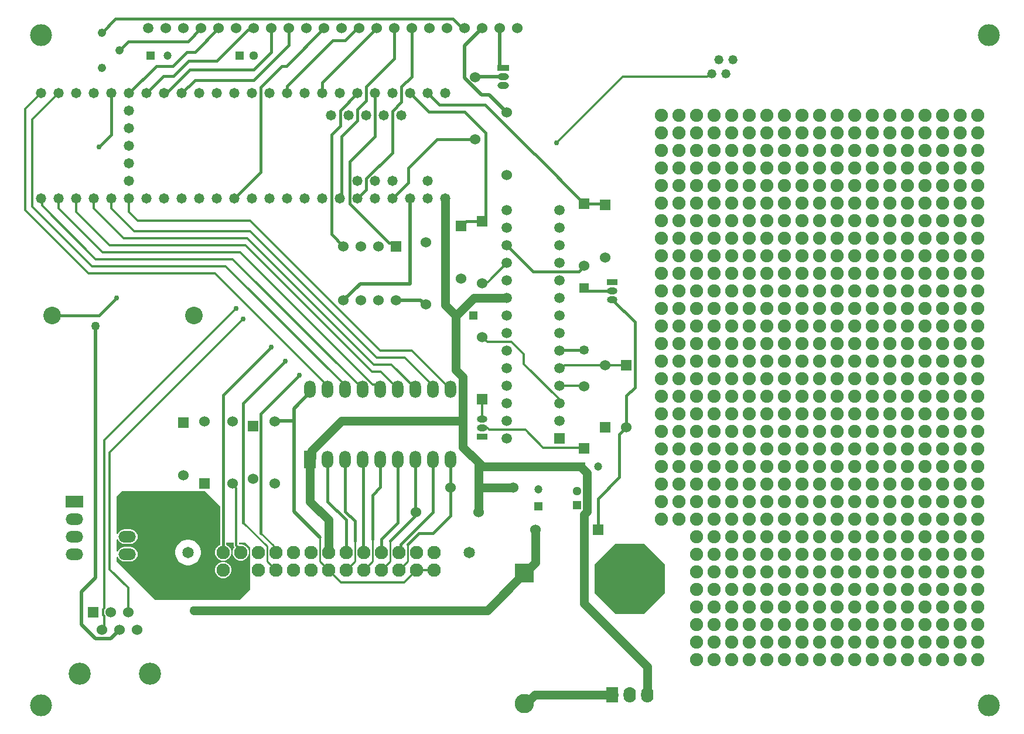
<source format=gtl>
G04*
G04 #@! TF.GenerationSoftware,Altium Limited,Altium Designer,21.6.1 (37)*
G04*
G04 Layer_Physical_Order=1*
G04 Layer_Color=255*
%FSAX24Y24*%
%MOIN*%
G70*
G04*
G04 #@! TF.SameCoordinates,F5C88182-2F8C-44A9-A90F-F64FCCDA4292*
G04*
G04*
G04 #@! TF.FilePolarity,Positive*
G04*
G01*
G75*
%ADD14C,0.0100*%
%ADD18C,0.0150*%
%ADD29C,0.0600*%
%ADD45C,0.0472*%
%ADD46R,0.0472X0.0472*%
%ADD47R,0.0600X0.0600*%
%ADD55R,0.0472X0.0472*%
%ADD59C,0.0580*%
%ADD60C,0.0500*%
%ADD61C,0.0120*%
%ADD62C,0.0200*%
%ADD63C,0.0768*%
%ADD64C,0.0650*%
%ADD65O,0.0594X0.0600*%
%ADD66C,0.1000*%
%ADD67C,0.0476*%
%ADD68C,0.0520*%
%ADD69R,0.0700X0.0900*%
%ADD70O,0.0700X0.0900*%
%ADD71C,0.0591*%
%ADD72R,0.0591X0.0591*%
%ADD73C,0.1260*%
%ADD74R,0.0600X0.0600*%
%ADD75O,0.0650X0.1000*%
%ADD76R,0.0650X0.1000*%
%ADD77O,0.1000X0.0650*%
%ADD78R,0.1000X0.0650*%
%ADD79R,0.1102X0.1102*%
%ADD80C,0.1102*%
%ADD81C,0.0512*%
%ADD82R,0.0512X0.0512*%
%ADD83R,0.0600X0.0380*%
%ADD84O,0.0600X0.0380*%
%ADD85C,0.0750*%
%ADD86O,0.0650X0.0380*%
%ADD87R,0.0650X0.0380*%
%ADD88R,0.0531X0.0531*%
%ADD89C,0.0531*%
%ADD90R,0.0512X0.0512*%
%ADD91P,0.4330X8X22.5*%
%ADD92C,0.1250*%
%ADD93C,0.0500*%
%ADD94C,0.0300*%
G36*
X014892Y015708D02*
Y013538D01*
X014871Y013532D01*
X014765Y013471D01*
X014679Y013385D01*
X014618Y013279D01*
X014586Y013161D01*
Y013039D01*
X014618Y012921D01*
X014679Y012815D01*
X014765Y012729D01*
X014871Y012668D01*
X014989Y012636D01*
X015111D01*
X015229Y012668D01*
X015335Y012729D01*
X015421Y012815D01*
X015482Y012921D01*
X015514Y013039D01*
Y013161D01*
X015482Y013279D01*
X015421Y013385D01*
X015335Y013471D01*
X015229Y013532D01*
X015208Y013538D01*
Y013674D01*
X015657D01*
Y013501D01*
X015657Y013501D01*
X015668Y013446D01*
X015697Y013403D01*
X015679Y013385D01*
X015618Y013279D01*
X015586Y013161D01*
Y013039D01*
X015618Y012921D01*
X015679Y012815D01*
X015765Y012729D01*
X015871Y012668D01*
X015989Y012636D01*
X016111D01*
X016229Y012668D01*
X016335Y012729D01*
X016421Y012815D01*
X016482Y012921D01*
X016514Y013039D01*
Y013161D01*
X016482Y013279D01*
X016421Y013385D01*
X016335Y013471D01*
X016229Y013532D01*
X016111Y013564D01*
X015989D01*
X015943Y013603D01*
Y013674D01*
X016276D01*
X016600Y013400D01*
Y013213D01*
X016586Y013161D01*
Y013039D01*
X016600Y012987D01*
Y012213D01*
X016586Y012161D01*
Y012039D01*
X016600Y011987D01*
Y011000D01*
X016000Y010400D01*
X011200D01*
X009000Y012600D01*
Y012837D01*
X009050Y012847D01*
X009071Y012796D01*
X009136Y012711D01*
X009221Y012646D01*
X009319Y012605D01*
X009425Y012592D01*
X009775D01*
X009881Y012605D01*
X009979Y012646D01*
X010064Y012711D01*
X010129Y012796D01*
X010170Y012894D01*
X010184Y013000D01*
X010170Y013106D01*
X010129Y013204D01*
X010064Y013289D01*
X009979Y013354D01*
X009881Y013395D01*
X009775Y013408D01*
X009425D01*
X009319Y013395D01*
X009221Y013354D01*
X009136Y013289D01*
X009071Y013204D01*
X009050Y013153D01*
X009000Y013163D01*
Y013837D01*
X009050Y013847D01*
X009071Y013796D01*
X009136Y013711D01*
X009221Y013646D01*
X009319Y013605D01*
X009425Y013592D01*
X009775D01*
X009881Y013605D01*
X009979Y013646D01*
X010064Y013711D01*
X010129Y013796D01*
X010170Y013894D01*
X010184Y014000D01*
X010170Y014106D01*
X010129Y014204D01*
X010064Y014289D01*
X009979Y014354D01*
X009881Y014395D01*
X009775Y014409D01*
X009425D01*
X009319Y014395D01*
X009221Y014354D01*
X009136Y014289D01*
X009071Y014204D01*
X009050Y014153D01*
X009000Y014163D01*
Y016287D01*
X009313Y016600D01*
X014000D01*
X014892Y015708D01*
D02*
G37*
%LPC*%
G36*
X013122Y013830D02*
X012978D01*
X012837Y013802D01*
X012704Y013747D01*
X012585Y013667D01*
X012483Y013565D01*
X012403Y013446D01*
X012348Y013313D01*
X012320Y013172D01*
Y013028D01*
X012348Y012887D01*
X012403Y012754D01*
X012483Y012635D01*
X012585Y012533D01*
X012704Y012453D01*
X012837Y012398D01*
X012978Y012370D01*
X013122D01*
X013263Y012398D01*
X013396Y012453D01*
X013515Y012533D01*
X013617Y012635D01*
X013697Y012754D01*
X013752Y012887D01*
X013780Y013028D01*
Y013172D01*
X013752Y013313D01*
X013697Y013446D01*
X013617Y013565D01*
X013515Y013667D01*
X013396Y013747D01*
X013263Y013802D01*
X013122Y013830D01*
D02*
G37*
G36*
X015111Y012564D02*
X014989D01*
X014871Y012532D01*
X014765Y012471D01*
X014679Y012385D01*
X014618Y012279D01*
X014586Y012161D01*
Y012039D01*
X014618Y011921D01*
X014679Y011815D01*
X014765Y011729D01*
X014871Y011668D01*
X014989Y011636D01*
X015111D01*
X015229Y011668D01*
X015335Y011729D01*
X015421Y011815D01*
X015482Y011921D01*
X015514Y012039D01*
Y012161D01*
X015482Y012279D01*
X015421Y012385D01*
X015335Y012471D01*
X015229Y012532D01*
X015111Y012564D01*
D02*
G37*
%LPD*%
G54D14*
X017551Y012599D02*
X018050Y012100D01*
X017551Y012599D02*
Y013449D01*
X020550Y012600D02*
Y013954D01*
Y012600D02*
X021050Y012100D01*
X016200Y014800D02*
X017551Y013449D01*
X017922Y013228D02*
X018050Y013100D01*
X017200Y014200D02*
X017922Y013478D01*
Y013228D02*
Y013478D01*
X024650Y030787D02*
X024900Y030537D01*
X025547Y012597D02*
Y013547D01*
X025050Y012100D02*
X025547Y012597D01*
X022050Y012100D02*
X022544Y012594D01*
Y013744D01*
X023050Y012100D02*
X023549Y012599D01*
Y013851D01*
X025050Y013100D02*
X025152Y013202D01*
X024544Y012594D02*
Y013744D01*
X024050Y012100D02*
X024544Y012594D01*
G54D18*
X013166Y040600D02*
X016800D01*
X017787Y041587D02*
Y042945D01*
X016800Y040600D02*
X017787Y041587D01*
X018787Y041987D02*
Y042945D01*
X013450Y040000D02*
X016800D01*
X018787Y041987D01*
X011250Y040800D02*
X012200D01*
X013000Y041600D01*
X009700Y039250D02*
X011250Y040800D01*
X013000Y041600D02*
X013442D01*
X014787Y042945D01*
X011661Y040211D02*
X012211D01*
X013090Y041090D02*
X014690D01*
X012211Y040211D02*
X013090Y041090D01*
X011816Y039250D02*
X013166Y040600D01*
X011700Y039250D02*
X011816D01*
X012700D02*
X013450Y040000D01*
X032772Y035800D02*
X035600Y032972D01*
X032756Y035800D02*
X032772D01*
X029956Y038600D02*
X032756Y035800D01*
X027350Y038600D02*
X029956D01*
X035375Y033197D02*
X035400Y033172D01*
X035359Y033197D02*
X035375D01*
X035400Y032972D02*
Y033172D01*
X035386Y024614D02*
X035600D01*
X034214D02*
X035386D01*
X035772Y028000D02*
X037200D01*
X035600Y028172D02*
X035772Y028000D01*
X036372Y016172D02*
X037600Y017401D01*
Y019828D01*
X005329Y026600D02*
X008000D01*
X009000Y027600D01*
X008000Y036200D02*
X008700Y036900D01*
Y039250D01*
X022000Y015434D02*
Y018400D01*
X021000Y016000D02*
Y018400D01*
X022050Y013100D02*
Y014950D01*
X022000Y015434D02*
X022544Y014890D01*
X021000Y016000D02*
X022050Y014950D01*
X034200Y024600D02*
X034214Y024614D01*
X035386D02*
X035400Y024628D01*
Y028172D02*
X035572Y028000D01*
X037200Y027500D02*
X038480Y026220D01*
X038000Y022012D02*
X038480Y022492D01*
Y026220D01*
X038000Y020228D02*
Y022012D01*
X037600Y019828D02*
X038000Y020228D01*
X015050Y022050D02*
X017800Y024800D01*
X015050Y013100D02*
Y022050D01*
X016200Y014800D02*
Y021600D01*
X036372Y014400D02*
Y016172D01*
X036730Y032972D02*
X036800Y032901D01*
X035600Y032972D02*
X036730D01*
X035270Y029098D02*
X035600Y029428D01*
X031200Y030600D02*
X032702Y029098D01*
X035270D01*
X029800Y031972D02*
X029991Y032162D01*
X028870Y031972D02*
X029800D01*
X028600Y031701D02*
X028870Y031972D01*
X029991Y032162D02*
Y032241D01*
X030000Y032250D01*
Y037000D01*
X017200Y014200D02*
Y021000D01*
X019400Y023200D01*
X028800Y038200D02*
X030000Y037000D01*
X027228Y036628D02*
X029400D01*
X025600Y035000D02*
X027228Y036628D01*
X016701Y042859D02*
X016787Y042945D01*
X016459Y042859D02*
X016701D01*
X014690Y041090D02*
X016459Y042859D01*
X018400Y040800D02*
X018642D01*
X020787Y042945D01*
X017200Y039600D02*
X018400Y040800D01*
X017200Y034750D02*
Y039600D01*
X026750Y038200D02*
X028800D01*
X025700Y039250D02*
X026750Y038200D01*
X026700Y039250D02*
X027350Y038600D01*
X016200Y021600D02*
X018600Y024000D01*
X023025Y016975D02*
Y018375D01*
X025000Y014800D02*
Y018400D01*
X026000Y015400D02*
Y015600D01*
Y018400D01*
X027000Y015400D02*
Y018400D01*
X027972Y016800D02*
Y018372D01*
X028000Y018400D01*
X010700Y039250D02*
X011661Y040211D01*
X013043Y042200D02*
X013787Y042945D01*
X009650Y042200D02*
X013043D01*
X009150Y041700D02*
X009650Y042200D01*
X028000Y015200D02*
Y016600D01*
X027000Y014200D02*
X028000Y015200D01*
X025152Y013552D02*
X027000Y015400D01*
X024681Y035860D02*
Y038223D01*
X023200Y034379D02*
X024681Y035860D01*
X022700Y033250D02*
X023200Y033750D01*
Y034379D01*
X024681Y038223D02*
X025200Y038742D01*
Y039620D01*
X025787Y040207D02*
Y042945D01*
X025200Y039620D02*
X025787Y040207D01*
X021226Y036895D02*
X021712Y037382D01*
Y038262D02*
X022700Y039250D01*
X021712Y037382D02*
Y038262D01*
X021226Y031212D02*
Y036895D01*
X021800Y033553D02*
Y036800D01*
X022696Y037696D01*
X021782Y033332D02*
Y033535D01*
X021800Y033553D01*
X021700Y033250D02*
X021782Y033332D01*
X024710Y030728D02*
X024900Y030537D01*
X022247Y032953D02*
X024472Y030728D01*
X024710D01*
X021226Y031212D02*
X021900Y030537D01*
X015700Y033250D02*
X017200Y034750D01*
X022247Y035349D02*
X023700Y036802D01*
X022247Y032953D02*
Y035349D01*
X023700Y036802D02*
Y039250D01*
X025547Y013547D02*
X026200Y014200D01*
X025152Y013202D02*
Y013552D01*
X026000Y015200D02*
Y015600D01*
X024050Y013100D02*
Y013850D01*
X025000Y014800D01*
X024544Y013744D02*
X026000Y015200D01*
X026200Y014200D02*
X027000D01*
X023189Y039621D02*
X024787Y041220D01*
X023189Y038824D02*
Y039621D01*
X024787Y041220D02*
Y042945D01*
X022696Y038331D02*
X023189Y038824D01*
X022696Y037696D02*
Y038331D01*
X025600Y034150D02*
Y035000D01*
X024700Y033250D02*
X025600Y034150D01*
X023549Y013851D02*
Y016374D01*
X024000Y016825D01*
X022544Y013744D02*
Y014890D01*
X024000Y016825D02*
Y018400D01*
X023025Y013125D02*
Y016975D01*
X028524Y043087D02*
X028666Y042945D01*
X028524Y043087D02*
X028524D01*
X008932Y043482D02*
X028129D01*
X028419Y043192D01*
Y043192D02*
X028524Y043087D01*
X028419Y043192D02*
Y043192D01*
X028666Y042945D02*
X028787D01*
X008150Y042700D02*
X008932Y043482D01*
X022000Y042250D02*
X022695Y042945D01*
X022787D01*
X021296Y042250D02*
X022000D01*
X018700Y039654D02*
X021296Y042250D01*
X018700Y039250D02*
Y039654D01*
X020700Y039250D02*
Y039857D01*
X023787Y042945D01*
G54D29*
X011787D02*
D03*
X012787D02*
D03*
X013787D02*
D03*
X014787D02*
D03*
X015787D02*
D03*
X016787D02*
D03*
X017787D02*
D03*
X018787D02*
D03*
X019787D02*
D03*
X020787D02*
D03*
X021787D02*
D03*
X022787D02*
D03*
X023787D02*
D03*
X024787D02*
D03*
X025787D02*
D03*
X026787D02*
D03*
X027787D02*
D03*
X028787D02*
D03*
X029787D02*
D03*
X030787D02*
D03*
X031787D02*
D03*
X024900Y027463D02*
D03*
X023900D02*
D03*
X022900D02*
D03*
X021900D02*
D03*
Y030537D02*
D03*
X022900D02*
D03*
X023900D02*
D03*
X010150Y008700D02*
D03*
X009650Y009700D02*
D03*
X008150Y008700D02*
D03*
X008650Y009700D02*
D03*
X009150Y008700D02*
D03*
X029400Y036628D02*
D03*
Y040172D02*
D03*
X036800Y029899D02*
D03*
X035600Y029428D02*
D03*
X029800Y025372D02*
D03*
X014000Y020572D02*
D03*
X038000Y020228D02*
D03*
X036800Y023772D02*
D03*
X035600Y022572D02*
D03*
X016743Y017299D02*
D03*
X012800Y017499D02*
D03*
X032828Y014400D02*
D03*
X028600Y028699D02*
D03*
X029800Y028428D02*
D03*
X015600Y020572D02*
D03*
Y017028D02*
D03*
X018000D02*
D03*
Y020572D02*
D03*
X026600Y027228D02*
D03*
Y030772D02*
D03*
X031200Y038143D02*
D03*
Y034600D02*
D03*
X026028Y015400D02*
D03*
X029572D02*
D03*
X028000Y016800D02*
D03*
X031543D02*
D03*
G54D45*
X028308Y026600D02*
D03*
X033000Y016692D02*
D03*
X011892Y041400D02*
D03*
X036400Y018000D02*
D03*
G54D46*
X029292Y026600D02*
D03*
X010908Y041400D02*
D03*
X035416Y018000D02*
D03*
G54D47*
X024900Y030537D02*
D03*
X036800Y032901D02*
D03*
X035600Y032972D02*
D03*
X029800Y021828D02*
D03*
X014000Y017028D02*
D03*
X038000Y023772D02*
D03*
X036800Y020228D02*
D03*
X035600Y019028D02*
D03*
X016743Y020301D02*
D03*
X012800Y020501D02*
D03*
X028600Y031701D02*
D03*
X029800Y031972D02*
D03*
G54D55*
X033000Y015708D02*
D03*
G54D59*
X021200Y038000D02*
D03*
X022200D02*
D03*
X023200D02*
D03*
X024200D02*
D03*
X025200D02*
D03*
X022700Y034250D02*
D03*
X023700D02*
D03*
X024700D02*
D03*
X026700D02*
D03*
X009700D02*
D03*
Y037250D02*
D03*
Y035250D02*
D03*
Y036250D02*
D03*
Y038250D02*
D03*
X012700Y033250D02*
D03*
X011700D02*
D03*
X010700D02*
D03*
X009700D02*
D03*
X008700D02*
D03*
X007700D02*
D03*
X006700D02*
D03*
X005700D02*
D03*
X004700D02*
D03*
Y039250D02*
D03*
X005700D02*
D03*
X006700D02*
D03*
X007700D02*
D03*
X008700D02*
D03*
X009700D02*
D03*
X010700D02*
D03*
X011700D02*
D03*
X012700D02*
D03*
X013700Y033250D02*
D03*
Y039250D02*
D03*
X027700Y033250D02*
D03*
Y039250D02*
D03*
X026700Y033250D02*
D03*
X025700D02*
D03*
X026700Y039250D02*
D03*
X024700Y033250D02*
D03*
X023700D02*
D03*
X022700D02*
D03*
X021700D02*
D03*
X020700D02*
D03*
X019700D02*
D03*
X018700D02*
D03*
X017700D02*
D03*
X016700D02*
D03*
X015700D02*
D03*
X014700D02*
D03*
Y039250D02*
D03*
X015700D02*
D03*
X016700D02*
D03*
X017700D02*
D03*
X018700D02*
D03*
X019700D02*
D03*
X020700D02*
D03*
X021700D02*
D03*
X022700D02*
D03*
X023700D02*
D03*
X024700D02*
D03*
X025700D02*
D03*
G54D60*
X013400Y009800D02*
X030091D01*
X032200Y011909D01*
X009600Y015000D02*
Y016000D01*
X027697Y027195D02*
X028300Y026592D01*
X029308Y027600D02*
X031200D01*
X028308Y026600D02*
X029308Y027600D01*
X032828Y012537D02*
Y014400D01*
X032200Y011909D02*
X032828Y012537D01*
X035600Y015256D02*
X035766Y015422D01*
X035600Y010200D02*
Y015256D01*
X029572Y015400D02*
Y018228D01*
X035600Y010200D02*
X039200Y006600D01*
X035766Y015422D02*
Y017634D01*
X020000Y016000D02*
X021050Y014950D01*
X020000Y016000D02*
Y017875D01*
X021050Y013100D02*
Y014950D01*
X035400Y018000D02*
X035766Y017634D01*
X028700Y019100D02*
Y023100D01*
Y019100D02*
X029572Y018228D01*
X021800Y020600D02*
X028693D01*
X028300Y023500D02*
X028700Y023100D01*
X028300Y023500D02*
Y026592D01*
X009600Y014000D02*
X009629Y013971D01*
X032794Y005000D02*
X037300D01*
X039200D02*
Y006600D01*
X032285Y004491D02*
X032794Y005000D01*
X032200Y004491D02*
X032285D01*
X029572Y018228D02*
X029800Y018000D01*
X029600Y016800D02*
X031543D01*
X029800Y018000D02*
X035400D01*
X020075Y018875D02*
X021800Y020600D01*
X020075Y018475D02*
Y018875D01*
X020000Y018400D02*
X020075Y018475D01*
X027700Y027198D02*
Y033250D01*
X027697Y027195D02*
X027700Y027198D01*
G54D61*
X037777Y040200D02*
X042592D01*
X042752Y040360D02*
X042860D01*
X029800Y020700D02*
Y021828D01*
Y020625D02*
Y020700D01*
X004198Y032802D02*
Y037748D01*
Y032802D02*
X007600Y029400D01*
X004198Y037748D02*
X005700Y039250D01*
X015200Y029400D02*
X022222Y022378D01*
X009700Y032500D02*
Y033250D01*
X010200Y032000D02*
X016600D01*
X009700Y032500D02*
X010200Y032000D01*
X008700Y032700D02*
X010000Y031400D01*
X016600D01*
X008700Y032700D02*
Y033250D01*
X007700Y032700D02*
X009400Y031000D01*
X007700Y032700D02*
Y033250D01*
X004700D02*
X004737Y033213D01*
Y032863D02*
X007800Y029800D01*
X004737Y032863D02*
Y033213D01*
X007800Y029800D02*
X015600D01*
X005700Y032700D02*
X008200Y030200D01*
X016004D01*
X005700Y032700D02*
Y033250D01*
X006700Y032500D02*
Y033250D01*
X008600Y030600D02*
X016327D01*
X006700Y032500D02*
X008600Y030600D01*
X009400Y031000D02*
X016431D01*
X014600Y029000D02*
X021000Y022600D01*
X003800Y032600D02*
X007400Y029000D01*
X014600D01*
X007600Y029400D02*
X015200D01*
X015600Y029800D02*
X022675Y022725D01*
X016327Y030600D02*
X023527Y023400D01*
X016431Y031000D02*
X023631Y023800D01*
X016600Y032000D02*
X024000Y024600D01*
X016600Y031400D02*
X023800Y024200D01*
X034015Y036438D02*
X037777Y040200D01*
X035563Y019065D02*
X035600Y019028D01*
X033264Y019065D02*
X035563D01*
X032236Y020093D02*
X033264Y019065D01*
X034110Y021690D02*
X034200Y021600D01*
X034110Y021690D02*
Y021890D01*
X032166Y023834D02*
Y024393D01*
Y023834D02*
X034110Y021890D01*
X030079Y025092D02*
X031467D01*
X032166Y024393D01*
X029800Y025372D02*
X030079Y025092D01*
X008230Y009874D02*
X008280Y009924D01*
X008150Y008830D02*
X008280Y008960D01*
Y019480D02*
X015800Y027000D01*
X008280Y009924D02*
Y019480D01*
X008230Y009526D02*
Y009874D01*
Y009526D02*
X008280Y009476D01*
X008150Y008700D02*
Y008830D01*
X008280Y008960D02*
Y009476D01*
X008600Y018800D02*
X016200Y026400D01*
X008600Y012133D02*
Y018800D01*
Y012133D02*
X009650Y011083D01*
X023536Y022668D02*
X023755D01*
X016004Y030200D02*
X023536Y022668D01*
X023527Y023400D02*
X024032D01*
X026090Y022310D02*
Y022341D01*
X021050Y012100D02*
X021750Y011400D01*
X025350D02*
X026050Y012100D01*
X021750Y011400D02*
X025350D01*
X036800Y023772D02*
X038000D01*
X034327Y023600D02*
X034499Y023772D01*
X034200Y023600D02*
X034327D01*
X034499Y023772D02*
X036600D01*
X034214Y022586D02*
X035386D01*
X035586D02*
X035600Y022572D01*
X034200Y022600D02*
X034214Y022586D01*
X030079Y020200D02*
X030186Y020093D01*
X030000Y020200D02*
X030079D01*
X030186Y020093D02*
X032236D01*
X015800Y013501D02*
Y016745D01*
Y013501D02*
X016050Y013251D01*
X015600Y016945D02*
X015800Y016745D01*
X029800Y028428D02*
X029879Y028507D01*
X030107D02*
X031200Y029600D01*
X029879Y028507D02*
X030107D01*
X022707Y022725D02*
X023000Y022432D01*
Y022400D02*
Y022432D01*
X022675Y022725D02*
X022707D01*
X024000Y022400D02*
Y022423D01*
X023755Y022668D02*
X024000Y022423D01*
X023000Y018400D02*
X023025Y018375D01*
X021000Y022400D02*
Y022600D01*
X024032Y023400D02*
X025000Y022432D01*
X023631Y023800D02*
X024632D01*
X026090Y022341D01*
X023800Y024200D02*
X025400D01*
X024000Y024600D02*
X025800D01*
X025000Y022400D02*
Y022432D01*
X025400Y024200D02*
X027200Y022400D01*
X025800Y024600D02*
X028000Y022400D01*
X003800Y038350D02*
X004700Y039250D01*
X003800Y032600D02*
Y038350D01*
X010700Y033250D02*
X010750D01*
X042592Y040200D02*
X042752Y040360D01*
X009650Y009700D02*
Y011083D01*
X026050Y012100D02*
X027050D01*
X023025Y013125D02*
X023050Y013100D01*
G54D62*
X028800Y040116D02*
X029748Y039168D01*
X030175D01*
X031200Y038143D01*
X028800Y040116D02*
Y041958D01*
X007800Y011641D02*
Y026000D01*
X007000Y010841D02*
X007800Y011641D01*
X019073Y015431D02*
X020550Y013954D01*
X028800Y041958D02*
X029787Y042945D01*
X030787Y040807D02*
Y042945D01*
X016050Y013100D02*
Y013251D01*
X015600Y016945D02*
Y017028D01*
X020000Y022225D02*
Y022400D01*
X019073Y021298D02*
X020000Y022225D01*
X019073Y020600D02*
Y021298D01*
Y015431D02*
Y020600D01*
X018000D02*
X019073D01*
X007000Y008982D02*
X007782Y008200D01*
X008650D02*
X009150Y008700D01*
X007782Y008200D02*
X008650D01*
X007000Y008982D02*
Y010841D01*
X025700Y028400D02*
Y033250D01*
X022837Y028400D02*
X025700D01*
X021900Y027463D02*
X022837Y028400D01*
X026276Y027463D02*
X026510Y027228D01*
X026600D01*
X024900Y027463D02*
X026276D01*
X027700Y039250D02*
X027744Y039294D01*
Y042901D02*
X027787Y042945D01*
X029414Y040186D02*
X030986D01*
G54D63*
X015050Y013100D02*
D03*
X016050D02*
D03*
X018050D02*
D03*
X019050D02*
D03*
X020050D02*
D03*
X021050D02*
D03*
X022050D02*
D03*
X023050D02*
D03*
X024050D02*
D03*
X025050D02*
D03*
X026050D02*
D03*
X027050D02*
D03*
X015050Y012100D02*
D03*
X016050D02*
D03*
X017050D02*
D03*
X018050D02*
D03*
X019050D02*
D03*
X020050D02*
D03*
X021050D02*
D03*
X022050D02*
D03*
X023050D02*
D03*
X024050D02*
D03*
X025050D02*
D03*
X026050D02*
D03*
X027050D02*
D03*
X017050Y013100D02*
D03*
G54D64*
X013050D02*
D03*
X029050D02*
D03*
G54D65*
X010787Y042945D02*
D03*
G54D66*
X005329Y026600D02*
D03*
X013400D02*
D03*
G54D67*
X008150Y042700D02*
D03*
X009150Y041700D02*
D03*
X008150Y040700D02*
D03*
G54D68*
X044040Y041150D02*
D03*
X043650Y040360D02*
D03*
X043250Y041150D02*
D03*
X042860Y040360D02*
D03*
G54D69*
X037200Y005000D02*
D03*
G54D70*
X038200D02*
D03*
X039200D02*
D03*
G54D71*
X031200Y032600D02*
D03*
Y031600D02*
D03*
Y030600D02*
D03*
Y029600D02*
D03*
Y028600D02*
D03*
Y027600D02*
D03*
Y026600D02*
D03*
Y025600D02*
D03*
Y024600D02*
D03*
Y023600D02*
D03*
Y022600D02*
D03*
Y021600D02*
D03*
Y020600D02*
D03*
Y019600D02*
D03*
X034200Y032600D02*
D03*
Y031600D02*
D03*
Y030600D02*
D03*
Y029600D02*
D03*
Y028600D02*
D03*
Y027600D02*
D03*
Y026600D02*
D03*
Y025600D02*
D03*
Y024600D02*
D03*
Y023600D02*
D03*
Y022600D02*
D03*
Y021600D02*
D03*
Y020600D02*
D03*
G54D72*
Y019600D02*
D03*
G54D73*
X006900Y006200D02*
D03*
X010900D02*
D03*
G54D74*
X007650Y009700D02*
D03*
X036372Y014400D02*
D03*
G54D75*
X028000Y022400D02*
D03*
X027000D02*
D03*
X026000D02*
D03*
X025000D02*
D03*
X024000D02*
D03*
X023000D02*
D03*
X022000D02*
D03*
X021000D02*
D03*
X020000D02*
D03*
X028000Y018400D02*
D03*
X027000D02*
D03*
X026000D02*
D03*
X025000D02*
D03*
X024000D02*
D03*
X023000D02*
D03*
X022000D02*
D03*
X021000D02*
D03*
G54D76*
X020000D02*
D03*
G54D77*
X009600Y013000D02*
D03*
Y014000D02*
D03*
Y015000D02*
D03*
Y016000D02*
D03*
X006600Y013000D02*
D03*
Y014000D02*
D03*
Y015000D02*
D03*
G54D78*
Y016000D02*
D03*
G54D79*
X032200Y011909D02*
D03*
G54D80*
Y004491D02*
D03*
G54D81*
X016787Y041400D02*
D03*
X035200Y016594D02*
D03*
G54D82*
X016000Y041400D02*
D03*
G54D83*
X029800Y019700D02*
D03*
X037200Y028500D02*
D03*
G54D84*
X029800Y020200D02*
D03*
Y020700D02*
D03*
X037200Y027500D02*
D03*
Y028000D02*
D03*
G54D85*
X040000Y015000D02*
D03*
Y016000D02*
D03*
Y017000D02*
D03*
Y018000D02*
D03*
Y038000D02*
D03*
Y037000D02*
D03*
Y036000D02*
D03*
Y035000D02*
D03*
Y034000D02*
D03*
Y029000D02*
D03*
Y030000D02*
D03*
Y031000D02*
D03*
Y032000D02*
D03*
Y033000D02*
D03*
Y023000D02*
D03*
Y022000D02*
D03*
Y021000D02*
D03*
Y020000D02*
D03*
Y019000D02*
D03*
Y024000D02*
D03*
Y025000D02*
D03*
Y026000D02*
D03*
Y027000D02*
D03*
Y028000D02*
D03*
X053000Y014000D02*
D03*
X054000D02*
D03*
X055000D02*
D03*
X056000D02*
D03*
X057000D02*
D03*
Y013000D02*
D03*
X056000D02*
D03*
X055000D02*
D03*
X054000D02*
D03*
X053000D02*
D03*
X057000Y012000D02*
D03*
X056000D02*
D03*
X055000D02*
D03*
X054000D02*
D03*
X053000D02*
D03*
X057000Y011000D02*
D03*
X056000D02*
D03*
X055000D02*
D03*
X054000D02*
D03*
X053000D02*
D03*
X057000Y010000D02*
D03*
X056000D02*
D03*
X055000D02*
D03*
X054000D02*
D03*
X053000D02*
D03*
X048000Y014000D02*
D03*
X049000D02*
D03*
X050000D02*
D03*
X051000D02*
D03*
X052000D02*
D03*
Y013000D02*
D03*
X051000D02*
D03*
X050000D02*
D03*
X049000D02*
D03*
X048000D02*
D03*
X052000Y012000D02*
D03*
X051000D02*
D03*
X050000D02*
D03*
X049000D02*
D03*
X048000D02*
D03*
X052000Y011000D02*
D03*
X051000D02*
D03*
X050000D02*
D03*
X049000D02*
D03*
X048000D02*
D03*
X052000Y010000D02*
D03*
X051000D02*
D03*
X050000D02*
D03*
X049000D02*
D03*
X048000D02*
D03*
X043000Y014000D02*
D03*
X044000D02*
D03*
X045000D02*
D03*
X046000D02*
D03*
X047000D02*
D03*
Y013000D02*
D03*
X046000D02*
D03*
X045000D02*
D03*
X044000D02*
D03*
X043000D02*
D03*
X047000Y012000D02*
D03*
X046000D02*
D03*
X045000D02*
D03*
X044000D02*
D03*
X043000D02*
D03*
X047000Y011000D02*
D03*
X046000D02*
D03*
X045000D02*
D03*
X044000D02*
D03*
X043000D02*
D03*
X047000Y010000D02*
D03*
X046000D02*
D03*
X045000D02*
D03*
X044000D02*
D03*
X043000D02*
D03*
X042000D02*
D03*
Y011000D02*
D03*
Y012000D02*
D03*
Y013000D02*
D03*
Y014000D02*
D03*
Y009000D02*
D03*
Y008000D02*
D03*
Y007000D02*
D03*
X043000D02*
D03*
X044000D02*
D03*
X045000D02*
D03*
X046000D02*
D03*
X047000D02*
D03*
X043000Y008000D02*
D03*
X044000D02*
D03*
X045000D02*
D03*
X046000D02*
D03*
X047000D02*
D03*
X043000Y009000D02*
D03*
X044000D02*
D03*
X045000D02*
D03*
X046000D02*
D03*
X047000D02*
D03*
X048000Y007000D02*
D03*
X049000D02*
D03*
X050000D02*
D03*
X051000D02*
D03*
X052000D02*
D03*
X048000Y008000D02*
D03*
X049000D02*
D03*
X050000D02*
D03*
X051000D02*
D03*
X052000D02*
D03*
X048000Y009000D02*
D03*
X049000D02*
D03*
X050000D02*
D03*
X051000D02*
D03*
X052000D02*
D03*
X053000Y007000D02*
D03*
X054000D02*
D03*
X055000D02*
D03*
X056000D02*
D03*
X057000D02*
D03*
X053000Y008000D02*
D03*
X054000D02*
D03*
X055000D02*
D03*
X056000D02*
D03*
X057000D02*
D03*
X053000Y009000D02*
D03*
X054000D02*
D03*
X055000D02*
D03*
X056000D02*
D03*
X057000D02*
D03*
X058000Y007000D02*
D03*
Y008000D02*
D03*
Y009000D02*
D03*
Y014000D02*
D03*
Y013000D02*
D03*
Y012000D02*
D03*
Y011000D02*
D03*
Y010000D02*
D03*
Y028000D02*
D03*
Y027000D02*
D03*
Y026000D02*
D03*
Y025000D02*
D03*
Y024000D02*
D03*
Y019000D02*
D03*
Y020000D02*
D03*
Y021000D02*
D03*
Y022000D02*
D03*
Y023000D02*
D03*
Y033000D02*
D03*
Y032000D02*
D03*
Y031000D02*
D03*
Y030000D02*
D03*
Y029000D02*
D03*
Y034000D02*
D03*
Y035000D02*
D03*
Y036000D02*
D03*
Y037000D02*
D03*
Y038000D02*
D03*
Y018000D02*
D03*
Y017000D02*
D03*
Y016000D02*
D03*
Y015000D02*
D03*
X057000Y018000D02*
D03*
X056000D02*
D03*
X055000D02*
D03*
X054000D02*
D03*
X053000D02*
D03*
X057000Y017000D02*
D03*
X056000D02*
D03*
X055000D02*
D03*
X054000D02*
D03*
X053000D02*
D03*
X057000Y016000D02*
D03*
X056000D02*
D03*
X055000D02*
D03*
X054000D02*
D03*
X053000D02*
D03*
X057000Y015000D02*
D03*
X056000D02*
D03*
X055000D02*
D03*
X054000D02*
D03*
X053000D02*
D03*
X052000Y018000D02*
D03*
X051000D02*
D03*
X050000D02*
D03*
X049000D02*
D03*
X048000D02*
D03*
X052000Y017000D02*
D03*
X051000D02*
D03*
X050000D02*
D03*
X049000D02*
D03*
X048000D02*
D03*
X052000Y016000D02*
D03*
X051000D02*
D03*
X050000D02*
D03*
X049000D02*
D03*
X048000D02*
D03*
X052000Y015000D02*
D03*
X051000D02*
D03*
X050000D02*
D03*
X049000D02*
D03*
X048000D02*
D03*
X047000Y018000D02*
D03*
X046000D02*
D03*
X045000D02*
D03*
X044000D02*
D03*
X043000D02*
D03*
X047000Y017000D02*
D03*
X046000D02*
D03*
X045000D02*
D03*
X044000D02*
D03*
X043000D02*
D03*
X047000Y016000D02*
D03*
X046000D02*
D03*
X045000D02*
D03*
X044000D02*
D03*
X043000D02*
D03*
X047000Y015000D02*
D03*
X046000D02*
D03*
X045000D02*
D03*
X044000D02*
D03*
X043000D02*
D03*
X041000D02*
D03*
X042000D02*
D03*
X041000Y016000D02*
D03*
X042000D02*
D03*
X041000Y017000D02*
D03*
X042000D02*
D03*
X041000Y018000D02*
D03*
X042000D02*
D03*
X041000Y038000D02*
D03*
X042000D02*
D03*
Y037000D02*
D03*
X041000D02*
D03*
X042000Y036000D02*
D03*
X041000D02*
D03*
X042000Y035000D02*
D03*
X041000D02*
D03*
X042000Y034000D02*
D03*
X041000D02*
D03*
Y029000D02*
D03*
X042000D02*
D03*
X041000Y030000D02*
D03*
X042000D02*
D03*
X041000Y031000D02*
D03*
X042000D02*
D03*
X041000Y032000D02*
D03*
X042000D02*
D03*
Y033000D02*
D03*
X041000D02*
D03*
Y023000D02*
D03*
X042000D02*
D03*
Y022000D02*
D03*
X041000D02*
D03*
X042000Y021000D02*
D03*
X041000D02*
D03*
X042000Y020000D02*
D03*
X041000D02*
D03*
X042000Y019000D02*
D03*
X041000D02*
D03*
Y024000D02*
D03*
X042000D02*
D03*
X041000Y025000D02*
D03*
X042000D02*
D03*
X041000Y026000D02*
D03*
X042000D02*
D03*
X041000Y027000D02*
D03*
X042000D02*
D03*
Y028000D02*
D03*
X041000D02*
D03*
X057000Y027000D02*
D03*
X043000Y028000D02*
D03*
X044000D02*
D03*
X045000D02*
D03*
X046000D02*
D03*
X047000D02*
D03*
Y027000D02*
D03*
X046000D02*
D03*
X045000D02*
D03*
X044000D02*
D03*
X043000D02*
D03*
X047000Y026000D02*
D03*
X046000D02*
D03*
X045000D02*
D03*
X044000D02*
D03*
X043000D02*
D03*
X047000Y025000D02*
D03*
X046000D02*
D03*
X045000D02*
D03*
X044000D02*
D03*
X043000D02*
D03*
X047000Y024000D02*
D03*
X046000D02*
D03*
X045000D02*
D03*
X044000D02*
D03*
X043000D02*
D03*
X048000D02*
D03*
X049000D02*
D03*
X050000D02*
D03*
X051000D02*
D03*
X052000D02*
D03*
X048000Y025000D02*
D03*
X049000D02*
D03*
X050000D02*
D03*
X051000D02*
D03*
X052000D02*
D03*
X048000Y026000D02*
D03*
X049000D02*
D03*
X050000D02*
D03*
X051000D02*
D03*
X052000D02*
D03*
X048000Y027000D02*
D03*
X049000D02*
D03*
X050000D02*
D03*
X051000D02*
D03*
X052000D02*
D03*
Y028000D02*
D03*
X051000D02*
D03*
X050000D02*
D03*
X049000D02*
D03*
X048000D02*
D03*
X043000Y019000D02*
D03*
X044000D02*
D03*
X045000D02*
D03*
X046000D02*
D03*
X047000D02*
D03*
X043000Y020000D02*
D03*
X044000D02*
D03*
X045000D02*
D03*
X046000D02*
D03*
X047000D02*
D03*
X043000Y021000D02*
D03*
X044000D02*
D03*
X045000D02*
D03*
X046000D02*
D03*
X047000D02*
D03*
X043000Y022000D02*
D03*
X044000D02*
D03*
X045000D02*
D03*
X046000D02*
D03*
X047000D02*
D03*
Y023000D02*
D03*
X046000D02*
D03*
X045000D02*
D03*
X044000D02*
D03*
X043000D02*
D03*
X048000Y019000D02*
D03*
X049000D02*
D03*
X050000D02*
D03*
X051000D02*
D03*
X052000D02*
D03*
X048000Y020000D02*
D03*
X049000D02*
D03*
X050000D02*
D03*
X051000D02*
D03*
X052000D02*
D03*
X048000Y021000D02*
D03*
X049000D02*
D03*
X050000D02*
D03*
X051000D02*
D03*
X052000D02*
D03*
X048000Y022000D02*
D03*
X049000D02*
D03*
X050000D02*
D03*
X051000D02*
D03*
X052000D02*
D03*
Y023000D02*
D03*
X051000D02*
D03*
X050000D02*
D03*
X049000D02*
D03*
X048000D02*
D03*
X053000Y024000D02*
D03*
X054000D02*
D03*
X055000D02*
D03*
X056000D02*
D03*
X057000D02*
D03*
X053000Y025000D02*
D03*
X054000D02*
D03*
X055000D02*
D03*
X056000D02*
D03*
X057000D02*
D03*
X053000Y026000D02*
D03*
X054000D02*
D03*
X055000D02*
D03*
X056000D02*
D03*
X057000D02*
D03*
X053000Y027000D02*
D03*
X054000D02*
D03*
X055000D02*
D03*
X056000D02*
D03*
X057000Y028000D02*
D03*
X056000D02*
D03*
X055000D02*
D03*
X054000D02*
D03*
X053000D02*
D03*
Y019000D02*
D03*
X054000D02*
D03*
X055000D02*
D03*
X056000D02*
D03*
X057000D02*
D03*
X053000Y020000D02*
D03*
X054000D02*
D03*
X055000D02*
D03*
X056000D02*
D03*
X057000D02*
D03*
X053000Y021000D02*
D03*
X054000D02*
D03*
X055000D02*
D03*
X056000D02*
D03*
X057000D02*
D03*
X053000Y022000D02*
D03*
X054000D02*
D03*
X055000D02*
D03*
X056000D02*
D03*
X057000D02*
D03*
Y023000D02*
D03*
X056000D02*
D03*
X055000D02*
D03*
X054000D02*
D03*
X053000D02*
D03*
Y033000D02*
D03*
X054000D02*
D03*
X055000D02*
D03*
X056000D02*
D03*
X057000D02*
D03*
Y032000D02*
D03*
X056000D02*
D03*
X055000D02*
D03*
X054000D02*
D03*
X053000D02*
D03*
X057000Y031000D02*
D03*
X056000D02*
D03*
X055000D02*
D03*
X054000D02*
D03*
X053000D02*
D03*
X057000Y030000D02*
D03*
X056000D02*
D03*
X055000D02*
D03*
X054000D02*
D03*
X053000D02*
D03*
X057000Y029000D02*
D03*
X056000D02*
D03*
X055000D02*
D03*
X054000D02*
D03*
X053000D02*
D03*
Y038000D02*
D03*
X054000D02*
D03*
X055000D02*
D03*
X056000D02*
D03*
X057000D02*
D03*
Y037000D02*
D03*
X056000D02*
D03*
X055000D02*
D03*
X054000D02*
D03*
X053000D02*
D03*
X057000Y036000D02*
D03*
X056000D02*
D03*
X055000D02*
D03*
X054000D02*
D03*
X053000D02*
D03*
X057000Y035000D02*
D03*
X056000D02*
D03*
X055000D02*
D03*
X054000D02*
D03*
X053000D02*
D03*
X057000Y034000D02*
D03*
X056000D02*
D03*
X055000D02*
D03*
X054000D02*
D03*
X053000D02*
D03*
X048000Y033000D02*
D03*
X049000D02*
D03*
X050000D02*
D03*
X051000D02*
D03*
X052000D02*
D03*
Y032000D02*
D03*
X051000D02*
D03*
X050000D02*
D03*
X049000D02*
D03*
X048000D02*
D03*
X052000Y031000D02*
D03*
X051000D02*
D03*
X050000D02*
D03*
X049000D02*
D03*
X048000D02*
D03*
X052000Y030000D02*
D03*
X051000D02*
D03*
X050000D02*
D03*
X049000D02*
D03*
X048000D02*
D03*
X052000Y029000D02*
D03*
X051000D02*
D03*
X050000D02*
D03*
X049000D02*
D03*
X048000D02*
D03*
X043000Y033000D02*
D03*
X044000D02*
D03*
X045000D02*
D03*
X046000D02*
D03*
X047000D02*
D03*
Y032000D02*
D03*
X046000D02*
D03*
X045000D02*
D03*
X044000D02*
D03*
X043000D02*
D03*
X047000Y031000D02*
D03*
X046000D02*
D03*
X045000D02*
D03*
X044000D02*
D03*
X043000D02*
D03*
X047000Y030000D02*
D03*
X046000D02*
D03*
X045000D02*
D03*
X044000D02*
D03*
X043000D02*
D03*
X047000Y029000D02*
D03*
X046000D02*
D03*
X045000D02*
D03*
X044000D02*
D03*
X043000D02*
D03*
X048000Y038000D02*
D03*
X049000D02*
D03*
X050000D02*
D03*
X051000D02*
D03*
X052000D02*
D03*
Y037000D02*
D03*
X051000D02*
D03*
X050000D02*
D03*
X049000D02*
D03*
X048000D02*
D03*
X052000Y036000D02*
D03*
X051000D02*
D03*
X050000D02*
D03*
X049000D02*
D03*
X048000D02*
D03*
X052000Y035000D02*
D03*
X051000D02*
D03*
X050000D02*
D03*
X049000D02*
D03*
X048000D02*
D03*
X052000Y034000D02*
D03*
X051000D02*
D03*
X050000D02*
D03*
X049000D02*
D03*
X048000D02*
D03*
X043000D02*
D03*
X044000D02*
D03*
X045000D02*
D03*
X046000D02*
D03*
X047000D02*
D03*
X043000Y035000D02*
D03*
X044000D02*
D03*
X045000D02*
D03*
X046000D02*
D03*
X047000D02*
D03*
X043000Y036000D02*
D03*
X044000D02*
D03*
X045000D02*
D03*
X046000D02*
D03*
X047000D02*
D03*
X043000Y037000D02*
D03*
X044000D02*
D03*
X045000D02*
D03*
X046000D02*
D03*
X047000D02*
D03*
Y038000D02*
D03*
X046000D02*
D03*
X045000D02*
D03*
X044000D02*
D03*
X043000D02*
D03*
G54D86*
X031000Y039700D02*
D03*
Y040200D02*
D03*
G54D87*
Y040700D02*
D03*
G54D88*
X035600Y028172D02*
D03*
G54D89*
Y024628D02*
D03*
G54D90*
X035200Y015806D02*
D03*
G54D91*
X038200Y011600D02*
D03*
G54D92*
X058622Y042567D02*
D03*
X004700Y042550D02*
D03*
X004685Y004378D02*
D03*
X058622D02*
D03*
G54D93*
X013400Y009800D02*
D03*
X007800Y026000D02*
D03*
G54D94*
X034015Y036438D02*
D03*
X009000Y027600D02*
D03*
X008000Y036200D02*
D03*
X016200Y026400D02*
D03*
X019400Y023200D02*
D03*
X018600Y024000D02*
D03*
X017800Y024800D02*
D03*
X015800Y027000D02*
D03*
M02*

</source>
